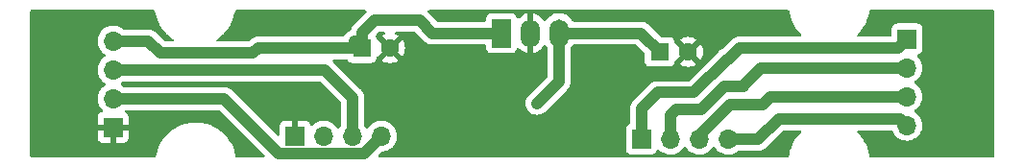
<source format=gbr>
%TF.GenerationSoftware,KiCad,Pcbnew,6.0.2+dfsg-1*%
%TF.CreationDate,2022-06-15T15:21:31+02:00*%
%TF.ProjectId,single_din_bottom,73696e67-6c65-45f6-9469-6e5f626f7474,rev?*%
%TF.SameCoordinates,Original*%
%TF.FileFunction,Copper,L1,Top*%
%TF.FilePolarity,Positive*%
%FSLAX46Y46*%
G04 Gerber Fmt 4.6, Leading zero omitted, Abs format (unit mm)*
G04 Created by KiCad (PCBNEW 6.0.2+dfsg-1) date 2022-06-15 15:21:31*
%MOMM*%
%LPD*%
G01*
G04 APERTURE LIST*
%TA.AperFunction,ComponentPad*%
%ADD10O,1.700000X1.700000*%
%TD*%
%TA.AperFunction,ComponentPad*%
%ADD11R,1.700000X1.700000*%
%TD*%
%TA.AperFunction,ComponentPad*%
%ADD12O,1.700000X2.500000*%
%TD*%
%TA.AperFunction,ComponentPad*%
%ADD13R,1.700000X2.500000*%
%TD*%
%TA.AperFunction,ComponentPad*%
%ADD14C,1.600000*%
%TD*%
%TA.AperFunction,ComponentPad*%
%ADD15R,1.600000X1.600000*%
%TD*%
%TA.AperFunction,ViaPad*%
%ADD16C,0.800000*%
%TD*%
%TA.AperFunction,Conductor*%
%ADD17C,1.000000*%
%TD*%
G04 APERTURE END LIST*
D10*
%TO.P,J2,4*%
%TO.N,/IO4*%
X107797600Y-176682400D03*
%TO.P,J2,3*%
%TO.N,/IO3*%
X107797600Y-174142400D03*
%TO.P,J2,2*%
%TO.N,/IO2*%
X107797600Y-171602400D03*
D11*
%TO.P,J2,1*%
%TO.N,/IO1*%
X107797600Y-169062400D03*
%TD*%
D10*
%TO.P,J1,4*%
%TO.N,/Vin*%
X37820600Y-169240200D03*
%TO.P,J1,3*%
%TO.N,Net-(J1-Pad3)*%
X37820600Y-171780200D03*
%TO.P,J1,2*%
%TO.N,Net-(J1-Pad2)*%
X37820600Y-174320200D03*
D11*
%TO.P,J1,1*%
%TO.N,GND*%
X37820600Y-176860200D03*
%TD*%
D10*
%TO.P,J4,4*%
%TO.N,/IO4*%
X92011500Y-177901600D03*
%TO.P,J4,3*%
%TO.N,/IO3*%
X89471500Y-177901600D03*
%TO.P,J4,2*%
%TO.N,/IO2*%
X86931500Y-177901600D03*
D11*
%TO.P,J4,1*%
%TO.N,/IO1*%
X84391500Y-177901600D03*
%TD*%
D12*
%TO.P,U1,3*%
%TO.N,/Vout*%
X77139800Y-168554400D03*
%TO.P,U1,2*%
%TO.N,GND*%
X74599800Y-168554400D03*
D13*
%TO.P,U1,1*%
%TO.N,/Vin*%
X72059800Y-168554400D03*
%TD*%
D10*
%TO.P,J3,4*%
%TO.N,Net-(J1-Pad2)*%
X61480700Y-177622200D03*
%TO.P,J3,3*%
%TO.N,Net-(J1-Pad3)*%
X58940700Y-177622200D03*
%TO.P,J3,2*%
%TO.N,/Vout*%
X56400700Y-177622200D03*
D11*
%TO.P,J3,1*%
%TO.N,GND*%
X53860700Y-177622200D03*
%TD*%
D14*
%TO.P,C2,2*%
%TO.N,GND*%
X88504400Y-170205400D03*
D15*
%TO.P,C2,1*%
%TO.N,/Vout*%
X86004400Y-170205400D03*
%TD*%
D14*
%TO.P,C1,2*%
%TO.N,GND*%
X62240800Y-169875200D03*
D15*
%TO.P,C1,1*%
%TO.N,/Vin*%
X59740800Y-169875200D03*
%TD*%
D16*
%TO.N,GND*%
X112344200Y-177546000D03*
X52311300Y-167500300D03*
%TO.N,/Vout*%
X75184000Y-174752000D03*
%TD*%
D17*
%TO.N,/Vin*%
X59105800Y-169240200D02*
X59740800Y-169875200D01*
X72059800Y-168554400D02*
X65976500Y-168554400D01*
X65976500Y-168554400D02*
X64833500Y-167411400D01*
X64833500Y-167411400D02*
X60871100Y-167411400D01*
X59740800Y-168541700D02*
X59740800Y-169875200D01*
X60871100Y-167411400D02*
X59740800Y-168541700D01*
X50609500Y-169875200D02*
X59740800Y-169875200D01*
X42011600Y-170319700D02*
X50165000Y-170319700D01*
X50165000Y-170319700D02*
X50609500Y-169875200D01*
X40932100Y-169240200D02*
X42011600Y-170319700D01*
X37820600Y-169240200D02*
X40932100Y-169240200D01*
%TO.N,/Vout*%
X84353400Y-168554400D02*
X86004400Y-170205400D01*
X77139800Y-168554400D02*
X84353400Y-168554400D01*
X77139800Y-168554400D02*
X77139800Y-172796200D01*
X77139800Y-172796200D02*
X75184000Y-174752000D01*
%TO.N,Net-(J1-Pad3)*%
X37820600Y-171780200D02*
X56464200Y-171780200D01*
X58940700Y-174256700D02*
X58940700Y-177622200D01*
X56464200Y-171780200D02*
X58940700Y-174256700D01*
%TO.N,Net-(J1-Pad2)*%
X59930699Y-179172201D02*
X61480700Y-177622200D01*
X52450699Y-179172201D02*
X59930699Y-179172201D01*
X47598698Y-174320200D02*
X52450699Y-179172201D01*
X37820600Y-174320200D02*
X47598698Y-174320200D01*
%TO.N,/IO4*%
X92011500Y-177901600D02*
X94678500Y-177901600D01*
X107215159Y-176099959D02*
X107797600Y-176682400D01*
X96480141Y-176099959D02*
X107215159Y-176099959D01*
X94678500Y-177901600D02*
X96480141Y-176099959D01*
%TO.N,/IO3*%
X89471500Y-177901600D02*
X89471500Y-177584100D01*
X89471500Y-177584100D02*
X92189300Y-174866300D01*
X92189300Y-174866300D02*
X95072200Y-174866300D01*
X95796100Y-174142400D02*
X107797600Y-174142400D01*
X95072200Y-174866300D02*
X95796100Y-174142400D01*
%TO.N,/IO2*%
X107797600Y-171602400D02*
X95034100Y-171602400D01*
X94881700Y-171653200D02*
X93268800Y-173266100D01*
X93421200Y-173215300D02*
X91719400Y-173215300D01*
X91719400Y-173215300D02*
X89674700Y-175260000D01*
X89674700Y-175260000D02*
X87490300Y-175260000D01*
X86931500Y-175818800D02*
X86931500Y-177901600D01*
X87490300Y-175260000D02*
X86931500Y-175818800D01*
%TO.N,/IO1*%
X91928400Y-170860000D02*
X88988900Y-173799500D01*
X88988900Y-173799500D02*
X85813900Y-173799500D01*
X84391500Y-175221900D02*
X84391500Y-177901600D01*
X85813900Y-173799500D02*
X84391500Y-175221900D01*
X91928400Y-170860000D02*
X92055400Y-170860000D01*
X106980801Y-169879199D02*
X107797600Y-169062400D01*
X93036201Y-169879199D02*
X106980801Y-169879199D01*
X92055400Y-170860000D02*
X93036201Y-169879199D01*
%TD*%
%TA.AperFunction,Conductor*%
%TO.N,GND*%
G36*
X41468851Y-166528002D02*
G01*
X41515344Y-166581658D01*
X41525795Y-166618676D01*
X41537555Y-166714652D01*
X41538069Y-166718851D01*
X41538795Y-166722016D01*
X41538796Y-166722023D01*
X41568287Y-166850633D01*
X41620433Y-167078043D01*
X41739464Y-167426805D01*
X41893887Y-167761405D01*
X41895548Y-167764201D01*
X41895549Y-167764204D01*
X41942792Y-167843758D01*
X42082051Y-168078261D01*
X42301941Y-168373983D01*
X42304152Y-168376390D01*
X42304154Y-168376393D01*
X42476290Y-168563832D01*
X42551205Y-168645407D01*
X42602519Y-168690817D01*
X42822661Y-168885632D01*
X42827175Y-168889627D01*
X43073713Y-169065986D01*
X43097107Y-169082721D01*
X43140874Y-169138622D01*
X43147470Y-169209312D01*
X43114802Y-169272346D01*
X43053241Y-169307712D01*
X43023799Y-169311200D01*
X42481524Y-169311200D01*
X42413403Y-169291198D01*
X42392429Y-169274295D01*
X41688955Y-168570821D01*
X41679853Y-168560678D01*
X41659997Y-168535982D01*
X41656132Y-168531175D01*
X41617678Y-168498908D01*
X41614031Y-168495728D01*
X41612219Y-168494085D01*
X41610025Y-168491891D01*
X41576751Y-168464558D01*
X41575953Y-168463896D01*
X41504626Y-168404046D01*
X41499956Y-168401478D01*
X41495839Y-168398097D01*
X41414014Y-168354223D01*
X41412855Y-168353594D01*
X41336719Y-168311738D01*
X41336711Y-168311735D01*
X41331313Y-168308767D01*
X41326231Y-168307155D01*
X41321537Y-168304638D01*
X41232569Y-168277438D01*
X41231541Y-168277118D01*
X41142794Y-168248965D01*
X41137498Y-168248371D01*
X41132402Y-168246813D01*
X41039843Y-168237410D01*
X41038707Y-168237289D01*
X41005092Y-168233519D01*
X40992370Y-168232092D01*
X40992366Y-168232092D01*
X40988873Y-168231700D01*
X40985346Y-168231700D01*
X40984361Y-168231645D01*
X40978681Y-168231198D01*
X40949275Y-168228211D01*
X40941763Y-168227448D01*
X40941761Y-168227448D01*
X40935638Y-168226826D01*
X40893359Y-168230823D01*
X40889991Y-168231141D01*
X40878133Y-168231700D01*
X38779399Y-168231700D01*
X38711278Y-168211698D01*
X38701307Y-168204582D01*
X38579014Y-168108000D01*
X38579010Y-168107998D01*
X38574959Y-168104798D01*
X38379389Y-167996838D01*
X38374520Y-167995114D01*
X38374516Y-167995112D01*
X38173687Y-167923995D01*
X38173683Y-167923994D01*
X38168812Y-167922269D01*
X38163719Y-167921362D01*
X38163716Y-167921361D01*
X37953973Y-167884000D01*
X37953967Y-167883999D01*
X37948884Y-167883094D01*
X37875052Y-167882192D01*
X37730681Y-167880428D01*
X37730679Y-167880428D01*
X37725511Y-167880365D01*
X37504691Y-167914155D01*
X37292356Y-167983557D01*
X37262043Y-167999337D01*
X37110432Y-168078261D01*
X37094207Y-168086707D01*
X37090074Y-168089810D01*
X37090071Y-168089812D01*
X36937212Y-168204582D01*
X36915565Y-168220835D01*
X36907958Y-168228795D01*
X36767051Y-168376246D01*
X36761229Y-168382338D01*
X36758315Y-168386610D01*
X36758314Y-168386611D01*
X36696696Y-168476940D01*
X36635343Y-168566880D01*
X36633164Y-168571575D01*
X36552803Y-168744699D01*
X36541288Y-168769505D01*
X36481589Y-168984770D01*
X36457851Y-169206895D01*
X36458148Y-169212048D01*
X36458148Y-169212051D01*
X36468791Y-169396626D01*
X36470710Y-169429915D01*
X36471847Y-169434961D01*
X36471848Y-169434967D01*
X36484486Y-169491044D01*
X36519822Y-169647839D01*
X36553498Y-169730773D01*
X36598200Y-169840861D01*
X36603866Y-169854816D01*
X36636502Y-169908073D01*
X36702834Y-170016317D01*
X36720587Y-170045288D01*
X36866850Y-170214138D01*
X37038726Y-170356832D01*
X37049307Y-170363015D01*
X37112045Y-170399676D01*
X37160769Y-170451314D01*
X37173840Y-170521097D01*
X37147109Y-170586869D01*
X37106655Y-170620227D01*
X37094207Y-170626707D01*
X37090074Y-170629810D01*
X37090071Y-170629812D01*
X36927734Y-170751698D01*
X36915565Y-170760835D01*
X36761229Y-170922338D01*
X36758315Y-170926610D01*
X36758314Y-170926611D01*
X36726481Y-170973277D01*
X36635343Y-171106880D01*
X36597820Y-171187717D01*
X36555464Y-171278966D01*
X36541288Y-171309505D01*
X36481589Y-171524770D01*
X36457851Y-171746895D01*
X36458148Y-171752048D01*
X36458148Y-171752051D01*
X36462650Y-171830124D01*
X36470710Y-171969915D01*
X36471847Y-171974961D01*
X36471848Y-171974967D01*
X36477104Y-171998288D01*
X36519822Y-172187839D01*
X36568889Y-172308677D01*
X36597227Y-172378465D01*
X36603866Y-172394816D01*
X36655542Y-172479144D01*
X36657104Y-172481692D01*
X36720587Y-172585288D01*
X36866850Y-172754138D01*
X37038726Y-172896832D01*
X37055314Y-172906525D01*
X37112045Y-172939676D01*
X37160769Y-172991314D01*
X37173840Y-173061097D01*
X37147109Y-173126869D01*
X37106655Y-173160227D01*
X37094207Y-173166707D01*
X37090074Y-173169810D01*
X37090071Y-173169812D01*
X36921637Y-173296276D01*
X36915565Y-173300835D01*
X36761229Y-173462338D01*
X36758315Y-173466610D01*
X36758314Y-173466611D01*
X36699346Y-173553055D01*
X36635343Y-173646880D01*
X36605929Y-173710247D01*
X36570175Y-173787274D01*
X36541288Y-173849505D01*
X36481589Y-174064770D01*
X36457851Y-174286895D01*
X36458148Y-174292048D01*
X36458148Y-174292051D01*
X36462214Y-174362563D01*
X36470710Y-174509915D01*
X36471847Y-174514961D01*
X36471848Y-174514967D01*
X36478797Y-174545800D01*
X36519822Y-174727839D01*
X36568889Y-174848677D01*
X36598370Y-174921280D01*
X36603866Y-174934816D01*
X36610329Y-174945362D01*
X36657104Y-175021692D01*
X36720587Y-175125288D01*
X36866850Y-175294138D01*
X36870825Y-175297438D01*
X36870831Y-175297444D01*
X36876025Y-175301756D01*
X36915659Y-175360660D01*
X36917155Y-175431641D01*
X36880039Y-175492162D01*
X36839768Y-175516680D01*
X36732546Y-175556876D01*
X36716951Y-175565414D01*
X36614876Y-175641915D01*
X36602315Y-175654476D01*
X36525814Y-175756551D01*
X36517276Y-175772146D01*
X36472122Y-175892594D01*
X36468495Y-175907849D01*
X36462969Y-175958714D01*
X36462600Y-175965528D01*
X36462600Y-176588085D01*
X36467075Y-176603324D01*
X36468465Y-176604529D01*
X36476148Y-176606200D01*
X39160484Y-176606200D01*
X39175723Y-176601725D01*
X39176928Y-176600335D01*
X39178599Y-176592652D01*
X39178599Y-175965531D01*
X39178229Y-175958710D01*
X39172705Y-175907848D01*
X39169079Y-175892596D01*
X39123924Y-175772146D01*
X39115386Y-175756551D01*
X39038885Y-175654476D01*
X39026324Y-175641915D01*
X38924246Y-175565412D01*
X38923895Y-175565220D01*
X38923614Y-175564939D01*
X38917062Y-175560028D01*
X38917771Y-175559082D01*
X38873749Y-175514962D01*
X38858735Y-175445571D01*
X38883620Y-175379079D01*
X38940503Y-175336595D01*
X38984404Y-175328700D01*
X47128773Y-175328700D01*
X47196894Y-175348702D01*
X47217868Y-175365605D01*
X49265292Y-177413028D01*
X51151633Y-179299369D01*
X51185659Y-179361681D01*
X51180594Y-179432496D01*
X51138047Y-179489332D01*
X51071527Y-179514143D01*
X51062538Y-179514464D01*
X48742833Y-179514464D01*
X48674712Y-179494462D01*
X48628219Y-179440806D01*
X48618135Y-179406533D01*
X48614631Y-179382347D01*
X48603792Y-179307550D01*
X48515876Y-178956706D01*
X48392822Y-178616591D01*
X48235897Y-178290714D01*
X48136448Y-178128653D01*
X48048397Y-177985165D01*
X48048392Y-177985157D01*
X48046723Y-177982438D01*
X47949875Y-177855573D01*
X47829199Y-177697495D01*
X47829193Y-177697488D01*
X47827251Y-177694944D01*
X47709566Y-177569537D01*
X47581932Y-177433528D01*
X47581927Y-177433523D01*
X47579745Y-177431198D01*
X47577339Y-177429106D01*
X47577333Y-177429101D01*
X47309176Y-177196023D01*
X47306759Y-177193922D01*
X47011111Y-176985564D01*
X46695850Y-176808274D01*
X46692908Y-176806993D01*
X46692904Y-176806991D01*
X46552001Y-176745640D01*
X46364230Y-176663882D01*
X46019672Y-176553877D01*
X46016535Y-176553217D01*
X46016528Y-176553215D01*
X45668875Y-176480055D01*
X45668871Y-176480054D01*
X45665733Y-176479394D01*
X45306063Y-176441202D01*
X45126284Y-176440453D01*
X44947578Y-176439708D01*
X44947571Y-176439708D01*
X44944374Y-176439695D01*
X44584399Y-176474888D01*
X44229851Y-176546419D01*
X43884388Y-176653549D01*
X43881444Y-176654802D01*
X43881438Y-176654804D01*
X43710540Y-176727528D01*
X43551577Y-176795173D01*
X43548786Y-176796712D01*
X43548782Y-176796714D01*
X43484852Y-176831968D01*
X43234850Y-176969830D01*
X42937475Y-177175717D01*
X42790397Y-177301420D01*
X42677327Y-177398057D01*
X42662522Y-177410710D01*
X42492494Y-177588895D01*
X42424988Y-177659640D01*
X42412827Y-177672384D01*
X42410869Y-177674905D01*
X42198566Y-177948254D01*
X42190966Y-177958039D01*
X41999230Y-178264728D01*
X41986449Y-178290714D01*
X41843787Y-178580764D01*
X41839595Y-178589286D01*
X41814433Y-178657062D01*
X41718947Y-178914259D01*
X41713710Y-178928364D01*
X41622874Y-179278464D01*
X41609467Y-179365848D01*
X41606936Y-179382347D01*
X41576835Y-179446646D01*
X41516749Y-179484465D01*
X41482423Y-179489239D01*
X30634029Y-179491848D01*
X30565905Y-179471862D01*
X30519399Y-179418218D01*
X30508000Y-179365848D01*
X30508000Y-177754869D01*
X36462601Y-177754869D01*
X36462971Y-177761690D01*
X36468495Y-177812552D01*
X36472121Y-177827804D01*
X36517276Y-177948254D01*
X36525814Y-177963849D01*
X36602315Y-178065924D01*
X36614876Y-178078485D01*
X36716951Y-178154986D01*
X36732546Y-178163524D01*
X36852994Y-178208678D01*
X36868249Y-178212305D01*
X36919114Y-178217831D01*
X36925928Y-178218200D01*
X37548485Y-178218200D01*
X37563724Y-178213725D01*
X37564929Y-178212335D01*
X37566600Y-178204652D01*
X37566600Y-178200084D01*
X38074600Y-178200084D01*
X38079075Y-178215323D01*
X38080465Y-178216528D01*
X38088148Y-178218199D01*
X38715269Y-178218199D01*
X38722090Y-178217829D01*
X38772952Y-178212305D01*
X38788204Y-178208679D01*
X38908654Y-178163524D01*
X38924249Y-178154986D01*
X39026324Y-178078485D01*
X39038885Y-178065924D01*
X39115386Y-177963849D01*
X39123924Y-177948254D01*
X39169078Y-177827806D01*
X39172705Y-177812551D01*
X39178231Y-177761686D01*
X39178600Y-177754872D01*
X39178600Y-177132315D01*
X39174125Y-177117076D01*
X39172735Y-177115871D01*
X39165052Y-177114200D01*
X38092715Y-177114200D01*
X38077476Y-177118675D01*
X38076271Y-177120065D01*
X38074600Y-177127748D01*
X38074600Y-178200084D01*
X37566600Y-178200084D01*
X37566600Y-177132315D01*
X37562125Y-177117076D01*
X37560735Y-177115871D01*
X37553052Y-177114200D01*
X36480716Y-177114200D01*
X36465477Y-177118675D01*
X36464272Y-177120065D01*
X36462601Y-177127748D01*
X36462601Y-177754869D01*
X30508000Y-177754869D01*
X30508000Y-166634000D01*
X30528002Y-166565879D01*
X30581658Y-166519386D01*
X30634000Y-166508000D01*
X41400730Y-166508000D01*
X41468851Y-166528002D01*
G37*
%TD.AperFunction*%
%TA.AperFunction,Conductor*%
G36*
X97374506Y-166529702D02*
G01*
X97420999Y-166583358D01*
X97431449Y-166620367D01*
X97443523Y-166718849D01*
X97525908Y-167078014D01*
X97644956Y-167426748D01*
X97646318Y-167429700D01*
X97646319Y-167429701D01*
X97700136Y-167546292D01*
X97799391Y-167761319D01*
X97987561Y-168078146D01*
X98207453Y-168373840D01*
X98456715Y-168645237D01*
X98462478Y-168650337D01*
X98500240Y-168710456D01*
X98499504Y-168781449D01*
X98460503Y-168840774D01*
X98395620Y-168869596D01*
X98378982Y-168870699D01*
X93098043Y-168870699D01*
X93084436Y-168869962D01*
X93052938Y-168866540D01*
X93052933Y-168866540D01*
X93046812Y-168865875D01*
X93028812Y-168867450D01*
X92996810Y-168870249D01*
X92991985Y-168870578D01*
X92989514Y-168870699D01*
X92986432Y-168870699D01*
X92963964Y-168872902D01*
X92943690Y-168874890D01*
X92942375Y-168875012D01*
X92910114Y-168877835D01*
X92849788Y-168883112D01*
X92844669Y-168884599D01*
X92839368Y-168885119D01*
X92750367Y-168911990D01*
X92749234Y-168912325D01*
X92665787Y-168936569D01*
X92665783Y-168936571D01*
X92659865Y-168938290D01*
X92655133Y-168940743D01*
X92650032Y-168942283D01*
X92644589Y-168945177D01*
X92567941Y-168985930D01*
X92566775Y-168986542D01*
X92492200Y-169025199D01*
X92484275Y-169029307D01*
X92480112Y-169032630D01*
X92475405Y-169035133D01*
X92403283Y-169093954D01*
X92402427Y-169094645D01*
X92363228Y-169125937D01*
X92360724Y-169128441D01*
X92360006Y-169129083D01*
X92355673Y-169132784D01*
X92322139Y-169160134D01*
X92292910Y-169195466D01*
X92284929Y-169204236D01*
X91935277Y-169553889D01*
X91599289Y-169889877D01*
X91557276Y-169917577D01*
X91552064Y-169919091D01*
X91547332Y-169921544D01*
X91542231Y-169923084D01*
X91536788Y-169925978D01*
X91460140Y-169966731D01*
X91458974Y-169967343D01*
X91428999Y-169982881D01*
X91376474Y-170010108D01*
X91372311Y-170013431D01*
X91367604Y-170015934D01*
X91362829Y-170019828D01*
X91362828Y-170019829D01*
X91295502Y-170074739D01*
X91294475Y-170075567D01*
X91258192Y-170104531D01*
X91258187Y-170104536D01*
X91255428Y-170106738D01*
X91252927Y-170109239D01*
X91252209Y-170109881D01*
X91247861Y-170113594D01*
X91238341Y-170121358D01*
X91214338Y-170140935D01*
X91210415Y-170145677D01*
X91210413Y-170145679D01*
X91185103Y-170176273D01*
X91177113Y-170185053D01*
X88608071Y-172754095D01*
X88545759Y-172788121D01*
X88518976Y-172791000D01*
X85875740Y-172791000D01*
X85862132Y-172790263D01*
X85830636Y-172786841D01*
X85830632Y-172786841D01*
X85824511Y-172786176D01*
X85806511Y-172787751D01*
X85774509Y-172790550D01*
X85769684Y-172790879D01*
X85767213Y-172791000D01*
X85764131Y-172791000D01*
X85741663Y-172793203D01*
X85721389Y-172795191D01*
X85720074Y-172795313D01*
X85690322Y-172797916D01*
X85627487Y-172803413D01*
X85622368Y-172804900D01*
X85617067Y-172805420D01*
X85528094Y-172832282D01*
X85526954Y-172832620D01*
X85437563Y-172858591D01*
X85432829Y-172861045D01*
X85427731Y-172862584D01*
X85422287Y-172865478D01*
X85422286Y-172865479D01*
X85345731Y-172906184D01*
X85344563Y-172906798D01*
X85261974Y-172949608D01*
X85257811Y-172952931D01*
X85253104Y-172955434D01*
X85248330Y-172959328D01*
X85248328Y-172959329D01*
X85181005Y-173014237D01*
X85180060Y-173015000D01*
X85140927Y-173046239D01*
X85138436Y-173048730D01*
X85137709Y-173049380D01*
X85133363Y-173053092D01*
X85120532Y-173063557D01*
X85099838Y-173080435D01*
X85095915Y-173085177D01*
X85095913Y-173085179D01*
X85070603Y-173115773D01*
X85062613Y-173124553D01*
X83722121Y-174465045D01*
X83711978Y-174474147D01*
X83682475Y-174497868D01*
X83668127Y-174514967D01*
X83650209Y-174536321D01*
X83647028Y-174539969D01*
X83645385Y-174541781D01*
X83643191Y-174543975D01*
X83615858Y-174577249D01*
X83615196Y-174578047D01*
X83555346Y-174649374D01*
X83552778Y-174654044D01*
X83549397Y-174658161D01*
X83540672Y-174674434D01*
X83505523Y-174739986D01*
X83504894Y-174741145D01*
X83463038Y-174817281D01*
X83463035Y-174817289D01*
X83460067Y-174822687D01*
X83458455Y-174827769D01*
X83455938Y-174832463D01*
X83428738Y-174921431D01*
X83428418Y-174922459D01*
X83400265Y-175011206D01*
X83399671Y-175016502D01*
X83398113Y-175021598D01*
X83397490Y-175027734D01*
X83388718Y-175114087D01*
X83388589Y-175115293D01*
X83383000Y-175165127D01*
X83383000Y-175168654D01*
X83382945Y-175169639D01*
X83382498Y-175175319D01*
X83378126Y-175218362D01*
X83378706Y-175224493D01*
X83382441Y-175264009D01*
X83383000Y-175275867D01*
X83383000Y-176480591D01*
X83362998Y-176548712D01*
X83309342Y-176595205D01*
X83303806Y-176597503D01*
X83303204Y-176597832D01*
X83294795Y-176600985D01*
X83178239Y-176688339D01*
X83090885Y-176804895D01*
X83039755Y-176941284D01*
X83033000Y-177003466D01*
X83033000Y-178799734D01*
X83039755Y-178861916D01*
X83090885Y-178998305D01*
X83178239Y-179114861D01*
X83294795Y-179202215D01*
X83431184Y-179253345D01*
X83493366Y-179260100D01*
X85289634Y-179260100D01*
X85351816Y-179253345D01*
X85488205Y-179202215D01*
X85604761Y-179114861D01*
X85692115Y-178998305D01*
X85706236Y-178960637D01*
X85736098Y-178880982D01*
X85778740Y-178824218D01*
X85845302Y-178799518D01*
X85914650Y-178814726D01*
X85949317Y-178842714D01*
X85977750Y-178875538D01*
X86149626Y-179018232D01*
X86342500Y-179130938D01*
X86551192Y-179210630D01*
X86556260Y-179211661D01*
X86556263Y-179211662D01*
X86663517Y-179233483D01*
X86770097Y-179255167D01*
X86775272Y-179255357D01*
X86775274Y-179255357D01*
X86971411Y-179262549D01*
X86981275Y-179265842D01*
X86993397Y-179263818D01*
X86993337Y-179263353D01*
X87209788Y-179235625D01*
X87209789Y-179235625D01*
X87214916Y-179234968D01*
X87219866Y-179233483D01*
X87423929Y-179172261D01*
X87423934Y-179172259D01*
X87428884Y-179170774D01*
X87629494Y-179072496D01*
X87811360Y-178942773D01*
X87825820Y-178928364D01*
X87939855Y-178814726D01*
X87969596Y-178785089D01*
X87993660Y-178751601D01*
X88099953Y-178603677D01*
X88101276Y-178604628D01*
X88148145Y-178561457D01*
X88218080Y-178549225D01*
X88283526Y-178576744D01*
X88311375Y-178608594D01*
X88371487Y-178706688D01*
X88517750Y-178875538D01*
X88689626Y-179018232D01*
X88882500Y-179130938D01*
X89091192Y-179210630D01*
X89096260Y-179211661D01*
X89096263Y-179211662D01*
X89203517Y-179233483D01*
X89310097Y-179255167D01*
X89315272Y-179255357D01*
X89315274Y-179255357D01*
X89511411Y-179262549D01*
X89521275Y-179265842D01*
X89533397Y-179263818D01*
X89533337Y-179263353D01*
X89749788Y-179235625D01*
X89749789Y-179235625D01*
X89754916Y-179234968D01*
X89759866Y-179233483D01*
X89963929Y-179172261D01*
X89963934Y-179172259D01*
X89968884Y-179170774D01*
X90169494Y-179072496D01*
X90351360Y-178942773D01*
X90365820Y-178928364D01*
X90479855Y-178814726D01*
X90509596Y-178785089D01*
X90533660Y-178751601D01*
X90639953Y-178603677D01*
X90641276Y-178604628D01*
X90688145Y-178561457D01*
X90758080Y-178549225D01*
X90823526Y-178576744D01*
X90851375Y-178608594D01*
X90911487Y-178706688D01*
X91057750Y-178875538D01*
X91229626Y-179018232D01*
X91422500Y-179130938D01*
X91631192Y-179210630D01*
X91636260Y-179211661D01*
X91636263Y-179211662D01*
X91743517Y-179233483D01*
X91850097Y-179255167D01*
X91855272Y-179255357D01*
X91855274Y-179255357D01*
X92051411Y-179262549D01*
X92061275Y-179265842D01*
X92073397Y-179263818D01*
X92073337Y-179263353D01*
X92289788Y-179235625D01*
X92289789Y-179235625D01*
X92294916Y-179234968D01*
X92299866Y-179233483D01*
X92503929Y-179172261D01*
X92503934Y-179172259D01*
X92508884Y-179170774D01*
X92709494Y-179072496D01*
X92891360Y-178942773D01*
X92894386Y-178939757D01*
X92959088Y-178911170D01*
X92975476Y-178910100D01*
X94616657Y-178910100D01*
X94630264Y-178910837D01*
X94661762Y-178914259D01*
X94661767Y-178914259D01*
X94667888Y-178914924D01*
X94694138Y-178912627D01*
X94717888Y-178910550D01*
X94722714Y-178910221D01*
X94725186Y-178910100D01*
X94728269Y-178910100D01*
X94740238Y-178908926D01*
X94771006Y-178905910D01*
X94772319Y-178905788D01*
X94816584Y-178901915D01*
X94864913Y-178897687D01*
X94870032Y-178896200D01*
X94875333Y-178895680D01*
X94964334Y-178868809D01*
X94965467Y-178868474D01*
X95048914Y-178844230D01*
X95048918Y-178844228D01*
X95054836Y-178842509D01*
X95059568Y-178840056D01*
X95064669Y-178838516D01*
X95076456Y-178832249D01*
X95146760Y-178794869D01*
X95147926Y-178794257D01*
X95224953Y-178754329D01*
X95230426Y-178751492D01*
X95234589Y-178748169D01*
X95239296Y-178745666D01*
X95311418Y-178686845D01*
X95312274Y-178686154D01*
X95351473Y-178654862D01*
X95353977Y-178652358D01*
X95354695Y-178651716D01*
X95359028Y-178648015D01*
X95392562Y-178620665D01*
X95421788Y-178585337D01*
X95429777Y-178576558D01*
X96141521Y-177864814D01*
X96860970Y-177145364D01*
X96923282Y-177111339D01*
X96950065Y-177108459D01*
X98349441Y-177108459D01*
X98417562Y-177128461D01*
X98464055Y-177182117D01*
X98474159Y-177252391D01*
X98444665Y-177316971D01*
X98436499Y-177325547D01*
X98359059Y-177399561D01*
X98349393Y-177408799D01*
X98243128Y-177533287D01*
X98124780Y-177671931D01*
X98114776Y-177683650D01*
X97909195Y-177980844D01*
X97904377Y-177989585D01*
X97736303Y-178294529D01*
X97736298Y-178294538D01*
X97734762Y-178297326D01*
X97593270Y-178629844D01*
X97557449Y-178745283D01*
X97490625Y-178960637D01*
X97486174Y-178974980D01*
X97414574Y-179329185D01*
X97410969Y-179365848D01*
X97407532Y-179400795D01*
X97380960Y-179466631D01*
X97323011Y-179507650D01*
X97282137Y-179514464D01*
X92086438Y-179514464D01*
X92074593Y-179510986D01*
X92046794Y-179514464D01*
X89546438Y-179514464D01*
X89534593Y-179510986D01*
X89506794Y-179514464D01*
X87006438Y-179514464D01*
X86994593Y-179510986D01*
X86966794Y-179514464D01*
X61318862Y-179514464D01*
X61250741Y-179494462D01*
X61204248Y-179440806D01*
X61194144Y-179370532D01*
X61223638Y-179305952D01*
X61229766Y-179299369D01*
X61515152Y-179013982D01*
X61577465Y-178979957D01*
X61588234Y-178978099D01*
X61663831Y-178968415D01*
X61758989Y-178956225D01*
X61758992Y-178956224D01*
X61764116Y-178955568D01*
X61806764Y-178942773D01*
X61973129Y-178892861D01*
X61973134Y-178892859D01*
X61978084Y-178891374D01*
X62178694Y-178793096D01*
X62360560Y-178663373D01*
X62394207Y-178629844D01*
X62473869Y-178550459D01*
X62518796Y-178505689D01*
X62649153Y-178324277D01*
X62663856Y-178294529D01*
X62745836Y-178128653D01*
X62745837Y-178128651D01*
X62748130Y-178124011D01*
X62794598Y-177971067D01*
X62811565Y-177915223D01*
X62811565Y-177915221D01*
X62813070Y-177910269D01*
X62842229Y-177688790D01*
X62843022Y-177656338D01*
X62843774Y-177625565D01*
X62843774Y-177625561D01*
X62843856Y-177622200D01*
X62825552Y-177399561D01*
X62771131Y-177182902D01*
X62682054Y-176978040D01*
X62614164Y-176873098D01*
X62563522Y-176794817D01*
X62563520Y-176794814D01*
X62560714Y-176790477D01*
X62410370Y-176625251D01*
X62406319Y-176622052D01*
X62406315Y-176622048D01*
X62239114Y-176490000D01*
X62239110Y-176489998D01*
X62235059Y-176486798D01*
X62221035Y-176479056D01*
X62153074Y-176441540D01*
X62039489Y-176378838D01*
X62034620Y-176377114D01*
X62034616Y-176377112D01*
X61833787Y-176305995D01*
X61833783Y-176305994D01*
X61828912Y-176304269D01*
X61823819Y-176303362D01*
X61823816Y-176303361D01*
X61614073Y-176266000D01*
X61614067Y-176265999D01*
X61608984Y-176265094D01*
X61535152Y-176264192D01*
X61390781Y-176262428D01*
X61390779Y-176262428D01*
X61385611Y-176262365D01*
X61164791Y-176296155D01*
X60952456Y-176365557D01*
X60896857Y-176394500D01*
X60764066Y-176463627D01*
X60754307Y-176468707D01*
X60750174Y-176471810D01*
X60750171Y-176471812D01*
X60579800Y-176599730D01*
X60575665Y-176602835D01*
X60572093Y-176606573D01*
X60433873Y-176751212D01*
X60421329Y-176764338D01*
X60313901Y-176921821D01*
X60258993Y-176966821D01*
X60188468Y-176974992D01*
X60124721Y-176943738D01*
X60104024Y-176919254D01*
X60023525Y-176794821D01*
X60023520Y-176794815D01*
X60020714Y-176790477D01*
X60017232Y-176786650D01*
X59982006Y-176747937D01*
X59950954Y-176684091D01*
X59949200Y-176663138D01*
X59949200Y-174748462D01*
X74170626Y-174748462D01*
X74177568Y-174821899D01*
X74187790Y-174930029D01*
X74189239Y-174945362D01*
X74190999Y-174951265D01*
X74239538Y-175114087D01*
X74245741Y-175134896D01*
X74337982Y-175309846D01*
X74341858Y-175314632D01*
X74341859Y-175314634D01*
X74442600Y-175439038D01*
X74462447Y-175463547D01*
X74467182Y-175467492D01*
X74584712Y-175565414D01*
X74614396Y-175590146D01*
X74788041Y-175684822D01*
X74871534Y-175710987D01*
X74970886Y-175742122D01*
X74970889Y-175742123D01*
X74976768Y-175743965D01*
X74982891Y-175744630D01*
X74982895Y-175744631D01*
X75167263Y-175764659D01*
X75167267Y-175764659D01*
X75173388Y-175765324D01*
X75370413Y-175748087D01*
X75376330Y-175746368D01*
X75376335Y-175746367D01*
X75507064Y-175708386D01*
X75560336Y-175692909D01*
X75735926Y-175601892D01*
X75770037Y-175574662D01*
X75854223Y-175507458D01*
X75854230Y-175507451D01*
X75856973Y-175505262D01*
X77809179Y-173553055D01*
X77819322Y-173543953D01*
X77844018Y-173524097D01*
X77848825Y-173520232D01*
X77881092Y-173481778D01*
X77884272Y-173478131D01*
X77885915Y-173476319D01*
X77888109Y-173474125D01*
X77915442Y-173440851D01*
X77916148Y-173440000D01*
X77920996Y-173434223D01*
X77975954Y-173368726D01*
X77978522Y-173364056D01*
X77981903Y-173359939D01*
X78015259Y-173297730D01*
X78025777Y-173278114D01*
X78026406Y-173276955D01*
X78068262Y-173200819D01*
X78068265Y-173200811D01*
X78071233Y-173195413D01*
X78072845Y-173190331D01*
X78075362Y-173185637D01*
X78102547Y-173096723D01*
X78102939Y-173095465D01*
X78129172Y-173012767D01*
X78131035Y-173006894D01*
X78131629Y-173001603D01*
X78133188Y-172996502D01*
X78142590Y-172903937D01*
X78142725Y-172902670D01*
X78143088Y-172899442D01*
X78147609Y-172859135D01*
X78147908Y-172856470D01*
X78147908Y-172856465D01*
X78148300Y-172852973D01*
X78148300Y-172849448D01*
X78148355Y-172848463D01*
X78148804Y-172842759D01*
X78152552Y-172805866D01*
X78152552Y-172805861D01*
X78153174Y-172799738D01*
X78148859Y-172754091D01*
X78148300Y-172742233D01*
X78148300Y-169912101D01*
X78168302Y-169843980D01*
X78176866Y-169832210D01*
X78260040Y-169730773D01*
X78260044Y-169730767D01*
X78263424Y-169726645D01*
X78320391Y-169626568D01*
X78371473Y-169577262D01*
X78429893Y-169562900D01*
X83883474Y-169562900D01*
X83951595Y-169582902D01*
X83972569Y-169599804D01*
X84658995Y-170286229D01*
X84693020Y-170348542D01*
X84695900Y-170375325D01*
X84695900Y-171053534D01*
X84702655Y-171115716D01*
X84753785Y-171252105D01*
X84841139Y-171368661D01*
X84957695Y-171456015D01*
X85094084Y-171507145D01*
X85156266Y-171513900D01*
X86852534Y-171513900D01*
X86914716Y-171507145D01*
X87051105Y-171456015D01*
X87167661Y-171368661D01*
X87225519Y-171291462D01*
X87782893Y-171291462D01*
X87792189Y-171303477D01*
X87843394Y-171339331D01*
X87852889Y-171344814D01*
X88050347Y-171436890D01*
X88060639Y-171440636D01*
X88271088Y-171497025D01*
X88281881Y-171498928D01*
X88498925Y-171517917D01*
X88509875Y-171517917D01*
X88726919Y-171498928D01*
X88737712Y-171497025D01*
X88948161Y-171440636D01*
X88958453Y-171436890D01*
X89155911Y-171344814D01*
X89165406Y-171339331D01*
X89217448Y-171302891D01*
X89225824Y-171292412D01*
X89218756Y-171278966D01*
X88517212Y-170577422D01*
X88503268Y-170569808D01*
X88501435Y-170569939D01*
X88494820Y-170574190D01*
X87789323Y-171279687D01*
X87782893Y-171291462D01*
X87225519Y-171291462D01*
X87255015Y-171252105D01*
X87306145Y-171115716D01*
X87312900Y-171053534D01*
X87312900Y-171050215D01*
X87336553Y-170983290D01*
X87382556Y-170947596D01*
X87381541Y-170945666D01*
X87392400Y-170939958D01*
X87392645Y-170939768D01*
X87392803Y-170939747D01*
X87430834Y-170919756D01*
X88132378Y-170218212D01*
X88138756Y-170206532D01*
X88868808Y-170206532D01*
X88868939Y-170208365D01*
X88873190Y-170214980D01*
X89578687Y-170920477D01*
X89590462Y-170926907D01*
X89602477Y-170917611D01*
X89638331Y-170866406D01*
X89643814Y-170856911D01*
X89735890Y-170659453D01*
X89739636Y-170649161D01*
X89796025Y-170438712D01*
X89797928Y-170427919D01*
X89816917Y-170210875D01*
X89816917Y-170199925D01*
X89797928Y-169982881D01*
X89796025Y-169972088D01*
X89739636Y-169761639D01*
X89735890Y-169751347D01*
X89643814Y-169553889D01*
X89638331Y-169544394D01*
X89601891Y-169492352D01*
X89591412Y-169483976D01*
X89577966Y-169491044D01*
X88876422Y-170192588D01*
X88868808Y-170206532D01*
X88138756Y-170206532D01*
X88139992Y-170204268D01*
X88139861Y-170202435D01*
X88135610Y-170195820D01*
X87430113Y-169490323D01*
X87388371Y-169467529D01*
X87378371Y-169465353D01*
X87328173Y-169415147D01*
X87312949Y-169361586D01*
X87312900Y-169360681D01*
X87312900Y-169357266D01*
X87306145Y-169295084D01*
X87255015Y-169158695D01*
X87224807Y-169118388D01*
X87782976Y-169118388D01*
X87790044Y-169131834D01*
X88491588Y-169833378D01*
X88505532Y-169840992D01*
X88507365Y-169840861D01*
X88513980Y-169836610D01*
X89219477Y-169131113D01*
X89225907Y-169119338D01*
X89216611Y-169107323D01*
X89165406Y-169071469D01*
X89155911Y-169065986D01*
X88958453Y-168973910D01*
X88948161Y-168970164D01*
X88737712Y-168913775D01*
X88726919Y-168911872D01*
X88509875Y-168892883D01*
X88498925Y-168892883D01*
X88281881Y-168911872D01*
X88271088Y-168913775D01*
X88060639Y-168970164D01*
X88050347Y-168973910D01*
X87852889Y-169065986D01*
X87843394Y-169071469D01*
X87791352Y-169107909D01*
X87782976Y-169118388D01*
X87224807Y-169118388D01*
X87167661Y-169042139D01*
X87051105Y-168954785D01*
X86914716Y-168903655D01*
X86852534Y-168896900D01*
X86174324Y-168896900D01*
X86106203Y-168876898D01*
X86085229Y-168859995D01*
X85110255Y-167885021D01*
X85101153Y-167874878D01*
X85081297Y-167850182D01*
X85077432Y-167845375D01*
X85038978Y-167813108D01*
X85035331Y-167809928D01*
X85033519Y-167808285D01*
X85031325Y-167806091D01*
X84998051Y-167778758D01*
X84997253Y-167778096D01*
X84925926Y-167718246D01*
X84921256Y-167715678D01*
X84917139Y-167712297D01*
X84835314Y-167668423D01*
X84834155Y-167667794D01*
X84758019Y-167625938D01*
X84758011Y-167625935D01*
X84752613Y-167622967D01*
X84747531Y-167621355D01*
X84742837Y-167618838D01*
X84653869Y-167591638D01*
X84652841Y-167591318D01*
X84564094Y-167563165D01*
X84558798Y-167562571D01*
X84553702Y-167561013D01*
X84461143Y-167551610D01*
X84460007Y-167551489D01*
X84426392Y-167547719D01*
X84413670Y-167546292D01*
X84413666Y-167546292D01*
X84410173Y-167545900D01*
X84406646Y-167545900D01*
X84405661Y-167545845D01*
X84399981Y-167545398D01*
X84370575Y-167542411D01*
X84363063Y-167541648D01*
X84363061Y-167541648D01*
X84356938Y-167541026D01*
X84314659Y-167545023D01*
X84311291Y-167545341D01*
X84299433Y-167545900D01*
X78434920Y-167545900D01*
X78366799Y-167525898D01*
X78330400Y-167490267D01*
X78254835Y-167378027D01*
X78202359Y-167300081D01*
X78160562Y-167256266D01*
X78118503Y-167212178D01*
X78043224Y-167133265D01*
X77858258Y-166995646D01*
X77853507Y-166993230D01*
X77853503Y-166993228D01*
X77755504Y-166943403D01*
X77652749Y-166891160D01*
X77647655Y-166889578D01*
X77647652Y-166889577D01*
X77437671Y-166824376D01*
X77432573Y-166822793D01*
X77427284Y-166822092D01*
X77209311Y-166793202D01*
X77209306Y-166793202D01*
X77204026Y-166792502D01*
X77198697Y-166792702D01*
X77198695Y-166792702D01*
X77103684Y-166796269D01*
X76973642Y-166801151D01*
X76748009Y-166848493D01*
X76743050Y-166850451D01*
X76743048Y-166850452D01*
X76538544Y-166931215D01*
X76538542Y-166931216D01*
X76533579Y-166933176D01*
X76529020Y-166935943D01*
X76529017Y-166935944D01*
X76433913Y-166993655D01*
X76336483Y-167052777D01*
X76332453Y-167056274D01*
X76177838Y-167190442D01*
X76162355Y-167203877D01*
X76128284Y-167245430D01*
X76019560Y-167378027D01*
X76019556Y-167378033D01*
X76016176Y-167382155D01*
X75989071Y-167429773D01*
X75979647Y-167446328D01*
X75928565Y-167495634D01*
X75858935Y-167509496D01*
X75792864Y-167483513D01*
X75765625Y-167454363D01*
X75664950Y-167304825D01*
X75658281Y-167296530D01*
X75506572Y-167137500D01*
X75498614Y-167130459D01*
X75322275Y-166999259D01*
X75313238Y-166993655D01*
X75117316Y-166894043D01*
X75107465Y-166890043D01*
X74897560Y-166824866D01*
X74887176Y-166822583D01*
X74871757Y-166820539D01*
X74857593Y-166822735D01*
X74853800Y-166835922D01*
X74853800Y-170270592D01*
X74857773Y-170284123D01*
X74868380Y-170285648D01*
X74986221Y-170260923D01*
X74996417Y-170257863D01*
X75200829Y-170177137D01*
X75210361Y-170172406D01*
X75398262Y-170058384D01*
X75406852Y-170052120D01*
X75572852Y-169908073D01*
X75580272Y-169900442D01*
X75719626Y-169730489D01*
X75725650Y-169721722D01*
X75759365Y-169662494D01*
X75810447Y-169613188D01*
X75880077Y-169599326D01*
X75946148Y-169625309D01*
X75973387Y-169654459D01*
X76074258Y-169804289D01*
X76074261Y-169804293D01*
X76077241Y-169808719D01*
X76080928Y-169812584D01*
X76096469Y-169828875D01*
X76129017Y-169891971D01*
X76131300Y-169915847D01*
X76131300Y-172326275D01*
X76111298Y-172394396D01*
X76094395Y-172415370D01*
X74435691Y-174074075D01*
X74341897Y-174188261D01*
X74248438Y-174362563D01*
X74246636Y-174368458D01*
X74204968Y-174504747D01*
X74190613Y-174551698D01*
X74189990Y-174557833D01*
X74171422Y-174740628D01*
X74170626Y-174748462D01*
X59949200Y-174748462D01*
X59949200Y-174318543D01*
X59949937Y-174304936D01*
X59953359Y-174273438D01*
X59953359Y-174273433D01*
X59954024Y-174267312D01*
X59949650Y-174217312D01*
X59949321Y-174212486D01*
X59949200Y-174210014D01*
X59949200Y-174206931D01*
X59946902Y-174183498D01*
X59945010Y-174164194D01*
X59944888Y-174162881D01*
X59941015Y-174118616D01*
X59936787Y-174070287D01*
X59935300Y-174065168D01*
X59934780Y-174059867D01*
X59907909Y-173970866D01*
X59907574Y-173969733D01*
X59883330Y-173886286D01*
X59883328Y-173886282D01*
X59881609Y-173880364D01*
X59879156Y-173875632D01*
X59877616Y-173870531D01*
X59833969Y-173788440D01*
X59833357Y-173787274D01*
X59793429Y-173710247D01*
X59790592Y-173704774D01*
X59787269Y-173700611D01*
X59784766Y-173695904D01*
X59725945Y-173623782D01*
X59725254Y-173622926D01*
X59693962Y-173583727D01*
X59691458Y-173581223D01*
X59690816Y-173580505D01*
X59687115Y-173576172D01*
X59659765Y-173542638D01*
X59624437Y-173513412D01*
X59615658Y-173505423D01*
X57221055Y-171110821D01*
X57211953Y-171100677D01*
X57202284Y-171088651D01*
X57175188Y-171023029D01*
X57187872Y-170953174D01*
X57236308Y-170901266D01*
X57300481Y-170883700D01*
X58398525Y-170883700D01*
X58466646Y-170903702D01*
X58499351Y-170934135D01*
X58577539Y-171038461D01*
X58694095Y-171125815D01*
X58830484Y-171176945D01*
X58892666Y-171183700D01*
X60588934Y-171183700D01*
X60651116Y-171176945D01*
X60787505Y-171125815D01*
X60904061Y-171038461D01*
X60961919Y-170961262D01*
X61519293Y-170961262D01*
X61528589Y-170973277D01*
X61579794Y-171009131D01*
X61589289Y-171014614D01*
X61786747Y-171106690D01*
X61797039Y-171110436D01*
X62007488Y-171166825D01*
X62018281Y-171168728D01*
X62235325Y-171187717D01*
X62246275Y-171187717D01*
X62463319Y-171168728D01*
X62474112Y-171166825D01*
X62684561Y-171110436D01*
X62694853Y-171106690D01*
X62892311Y-171014614D01*
X62901806Y-171009131D01*
X62953848Y-170972691D01*
X62962224Y-170962212D01*
X62955156Y-170948766D01*
X62253612Y-170247222D01*
X62239668Y-170239608D01*
X62237835Y-170239739D01*
X62231220Y-170243990D01*
X61525723Y-170949487D01*
X61519293Y-170961262D01*
X60961919Y-170961262D01*
X60991415Y-170921905D01*
X61042545Y-170785516D01*
X61049300Y-170723334D01*
X61049300Y-170720015D01*
X61072953Y-170653090D01*
X61118956Y-170617396D01*
X61117941Y-170615466D01*
X61128800Y-170609758D01*
X61129045Y-170609568D01*
X61129203Y-170609547D01*
X61167234Y-170589556D01*
X61868778Y-169888012D01*
X61875156Y-169876332D01*
X62605208Y-169876332D01*
X62605339Y-169878165D01*
X62609590Y-169884780D01*
X63315087Y-170590277D01*
X63326862Y-170596707D01*
X63338877Y-170587411D01*
X63374731Y-170536206D01*
X63380214Y-170526711D01*
X63472290Y-170329253D01*
X63476036Y-170318961D01*
X63532425Y-170108512D01*
X63534328Y-170097719D01*
X63553317Y-169880675D01*
X63553317Y-169869725D01*
X63534328Y-169652681D01*
X63532425Y-169641888D01*
X63476036Y-169431439D01*
X63472290Y-169421147D01*
X63380214Y-169223689D01*
X63374731Y-169214194D01*
X63338291Y-169162152D01*
X63327812Y-169153776D01*
X63314366Y-169160844D01*
X62612822Y-169862388D01*
X62605208Y-169876332D01*
X61875156Y-169876332D01*
X61876392Y-169874068D01*
X61876261Y-169872235D01*
X61872010Y-169865620D01*
X61166513Y-169160123D01*
X61124771Y-169137329D01*
X61114771Y-169135153D01*
X61064573Y-169084947D01*
X61049349Y-169031386D01*
X61049300Y-169030481D01*
X61049300Y-169027066D01*
X61042545Y-168964884D01*
X60991415Y-168828495D01*
X60993697Y-168827639D01*
X60981325Y-168771058D01*
X61006065Y-168704512D01*
X61017918Y-168690817D01*
X61251929Y-168456805D01*
X61314242Y-168422780D01*
X61341025Y-168419900D01*
X61698360Y-168419900D01*
X61766481Y-168439902D01*
X61812974Y-168493558D01*
X61823078Y-168563832D01*
X61793584Y-168628412D01*
X61751610Y-168660095D01*
X61589289Y-168735786D01*
X61579794Y-168741269D01*
X61527752Y-168777709D01*
X61519376Y-168788188D01*
X61526444Y-168801634D01*
X62227988Y-169503178D01*
X62241932Y-169510792D01*
X62243765Y-169510661D01*
X62250380Y-169506410D01*
X62955877Y-168800913D01*
X62962307Y-168789138D01*
X62953011Y-168777123D01*
X62901806Y-168741269D01*
X62892311Y-168735786D01*
X62729990Y-168660095D01*
X62676705Y-168613178D01*
X62657244Y-168544900D01*
X62677786Y-168476940D01*
X62731809Y-168430875D01*
X62783240Y-168419900D01*
X64363574Y-168419900D01*
X64431695Y-168439902D01*
X64452669Y-168456804D01*
X65219649Y-169223783D01*
X65228751Y-169233927D01*
X65252468Y-169263425D01*
X65290198Y-169295084D01*
X65290921Y-169295691D01*
X65294569Y-169298872D01*
X65296381Y-169300515D01*
X65298575Y-169302709D01*
X65331849Y-169330042D01*
X65332647Y-169330704D01*
X65403974Y-169390554D01*
X65408644Y-169393122D01*
X65412761Y-169396503D01*
X65465436Y-169424747D01*
X65494586Y-169440377D01*
X65495745Y-169441006D01*
X65571881Y-169482862D01*
X65571889Y-169482865D01*
X65577287Y-169485833D01*
X65582369Y-169487445D01*
X65587063Y-169489962D01*
X65676031Y-169517162D01*
X65677059Y-169517482D01*
X65765806Y-169545635D01*
X65771102Y-169546229D01*
X65776198Y-169547787D01*
X65868757Y-169557190D01*
X65869893Y-169557311D01*
X65903508Y-169561081D01*
X65916230Y-169562508D01*
X65916234Y-169562508D01*
X65919727Y-169562900D01*
X65923254Y-169562900D01*
X65924239Y-169562955D01*
X65929919Y-169563402D01*
X65959325Y-169566389D01*
X65966837Y-169567152D01*
X65966839Y-169567152D01*
X65972962Y-169567774D01*
X66018608Y-169563459D01*
X66030467Y-169562900D01*
X70575300Y-169562900D01*
X70643421Y-169582902D01*
X70689914Y-169636558D01*
X70701300Y-169688900D01*
X70701300Y-169852534D01*
X70708055Y-169914716D01*
X70759185Y-170051105D01*
X70846539Y-170167661D01*
X70963095Y-170255015D01*
X71099484Y-170306145D01*
X71161666Y-170312900D01*
X72957934Y-170312900D01*
X73020116Y-170306145D01*
X73156505Y-170255015D01*
X73273061Y-170167661D01*
X73360415Y-170051105D01*
X73373179Y-170017056D01*
X73405220Y-169931589D01*
X73447862Y-169874825D01*
X73514423Y-169850125D01*
X73583772Y-169865333D01*
X73614372Y-169888847D01*
X73693034Y-169971306D01*
X73700986Y-169978341D01*
X73877325Y-170109541D01*
X73886362Y-170115145D01*
X74082284Y-170214757D01*
X74092135Y-170218757D01*
X74302040Y-170283934D01*
X74312424Y-170286217D01*
X74327843Y-170288261D01*
X74342007Y-170286065D01*
X74345800Y-170272878D01*
X74345800Y-166838208D01*
X74341827Y-166824677D01*
X74331220Y-166823152D01*
X74213379Y-166847877D01*
X74203183Y-166850937D01*
X73998771Y-166931663D01*
X73989239Y-166936394D01*
X73801338Y-167050416D01*
X73792748Y-167056680D01*
X73626748Y-167200727D01*
X73619333Y-167208353D01*
X73619067Y-167208677D01*
X73618920Y-167208777D01*
X73615613Y-167212178D01*
X73614920Y-167211504D01*
X73560408Y-167248673D01*
X73489438Y-167250607D01*
X73428688Y-167213865D01*
X73403648Y-167173018D01*
X73363568Y-167066105D01*
X73363567Y-167066103D01*
X73360415Y-167057695D01*
X73273061Y-166941139D01*
X73156505Y-166853785D01*
X73020116Y-166802655D01*
X72957934Y-166795900D01*
X71161666Y-166795900D01*
X71099484Y-166802655D01*
X70963095Y-166853785D01*
X70846539Y-166941139D01*
X70759185Y-167057695D01*
X70708055Y-167194084D01*
X70701300Y-167256266D01*
X70701300Y-167419900D01*
X70681298Y-167488021D01*
X70627642Y-167534514D01*
X70575300Y-167545900D01*
X66446426Y-167545900D01*
X66378305Y-167525898D01*
X66357331Y-167508996D01*
X65590351Y-166742017D01*
X65581249Y-166731873D01*
X65567403Y-166714652D01*
X65540307Y-166649029D01*
X65552990Y-166579175D01*
X65601427Y-166527267D01*
X65665600Y-166509700D01*
X97306385Y-166509700D01*
X97374506Y-166529702D01*
G37*
%TD.AperFunction*%
%TA.AperFunction,Conductor*%
G36*
X115434106Y-166528082D02*
G01*
X115480606Y-166581731D01*
X115492000Y-166634090D01*
X115492000Y-179375800D01*
X115471998Y-179443921D01*
X115418342Y-179490414D01*
X115366000Y-179501800D01*
X104595343Y-179501800D01*
X104527222Y-179481798D01*
X104480729Y-179428142D01*
X104470000Y-179388652D01*
X104462728Y-179317727D01*
X104462727Y-179317719D01*
X104462401Y-179314542D01*
X104460628Y-179305952D01*
X104416833Y-179093842D01*
X104389330Y-178960637D01*
X104323512Y-178751601D01*
X104281763Y-178619007D01*
X104281760Y-178618999D01*
X104280800Y-178615950D01*
X104275927Y-178604628D01*
X104139190Y-178286954D01*
X104139187Y-178286947D01*
X104137928Y-178284023D01*
X104098027Y-178212335D01*
X103963740Y-177971067D01*
X103963739Y-177971065D01*
X103962182Y-177968268D01*
X103755367Y-177671931D01*
X103602010Y-177493779D01*
X103521693Y-177400476D01*
X103521686Y-177400469D01*
X103519610Y-177398057D01*
X103443490Y-177325907D01*
X103407809Y-177264529D01*
X103410976Y-177193603D01*
X103451986Y-177135649D01*
X103517818Y-177109066D01*
X103530168Y-177108459D01*
X106419473Y-177108459D01*
X106487594Y-177128461D01*
X106536216Y-177187055D01*
X106567675Y-177264529D01*
X106580866Y-177297016D01*
X106594037Y-177318509D01*
X106663093Y-177431198D01*
X106697587Y-177487488D01*
X106843850Y-177656338D01*
X107015726Y-177799032D01*
X107208600Y-177911738D01*
X107213425Y-177913580D01*
X107213426Y-177913581D01*
X107217726Y-177915223D01*
X107417292Y-177991430D01*
X107422360Y-177992461D01*
X107422363Y-177992462D01*
X107529617Y-178014283D01*
X107636197Y-178035967D01*
X107641372Y-178036157D01*
X107641374Y-178036157D01*
X107854273Y-178043964D01*
X107854277Y-178043964D01*
X107859437Y-178044153D01*
X107864557Y-178043497D01*
X107864559Y-178043497D01*
X108075888Y-178016425D01*
X108075889Y-178016425D01*
X108081016Y-178015768D01*
X108085966Y-178014283D01*
X108290029Y-177953061D01*
X108290034Y-177953059D01*
X108294984Y-177951574D01*
X108495594Y-177853296D01*
X108677460Y-177723573D01*
X108708537Y-177692605D01*
X108812609Y-177588895D01*
X108835696Y-177565889D01*
X108895194Y-177483089D01*
X108963035Y-177388677D01*
X108966053Y-177384477D01*
X108974805Y-177366770D01*
X109062736Y-177188853D01*
X109062737Y-177188851D01*
X109065030Y-177184211D01*
X109107709Y-177043738D01*
X109128465Y-176975423D01*
X109128465Y-176975421D01*
X109129970Y-176970469D01*
X109159129Y-176748990D01*
X109159625Y-176728702D01*
X109160674Y-176685765D01*
X109160674Y-176685761D01*
X109160756Y-176682400D01*
X109142452Y-176459761D01*
X109088031Y-176243102D01*
X108998954Y-176038240D01*
X108951916Y-175965531D01*
X108880422Y-175855017D01*
X108880420Y-175855014D01*
X108877614Y-175850677D01*
X108727270Y-175685451D01*
X108723219Y-175682252D01*
X108723215Y-175682248D01*
X108556014Y-175550200D01*
X108556010Y-175550198D01*
X108551959Y-175546998D01*
X108510653Y-175524196D01*
X108460684Y-175473764D01*
X108445912Y-175404321D01*
X108471028Y-175337916D01*
X108498380Y-175311309D01*
X108577237Y-175255061D01*
X108677460Y-175183573D01*
X108688454Y-175172618D01*
X108832035Y-175029537D01*
X108835696Y-175025889D01*
X108838780Y-175021598D01*
X108963035Y-174848677D01*
X108966053Y-174844477D01*
X108974639Y-174827106D01*
X109062736Y-174648853D01*
X109062737Y-174648851D01*
X109065030Y-174644211D01*
X109129970Y-174430469D01*
X109159129Y-174208990D01*
X109159503Y-174193694D01*
X109160674Y-174145765D01*
X109160674Y-174145761D01*
X109160756Y-174142400D01*
X109142452Y-173919761D01*
X109088031Y-173703102D01*
X108998954Y-173498240D01*
X108930055Y-173391738D01*
X108880422Y-173315017D01*
X108880420Y-173315014D01*
X108877614Y-173310677D01*
X108727270Y-173145451D01*
X108723219Y-173142252D01*
X108723215Y-173142248D01*
X108556014Y-173010200D01*
X108556010Y-173010198D01*
X108551959Y-173006998D01*
X108510653Y-172984196D01*
X108460684Y-172933764D01*
X108445912Y-172864321D01*
X108471028Y-172797916D01*
X108498380Y-172771309D01*
X108542203Y-172740050D01*
X108677460Y-172643573D01*
X108690176Y-172630902D01*
X108832035Y-172489537D01*
X108835696Y-172485889D01*
X108966053Y-172304477D01*
X109021334Y-172192625D01*
X109062736Y-172108853D01*
X109062737Y-172108851D01*
X109065030Y-172104211D01*
X109129970Y-171890469D01*
X109159129Y-171668990D01*
X109160491Y-171613262D01*
X109160674Y-171605765D01*
X109160674Y-171605761D01*
X109160756Y-171602400D01*
X109142452Y-171379761D01*
X109088031Y-171163102D01*
X108998954Y-170958240D01*
X108933401Y-170856911D01*
X108880422Y-170775017D01*
X108880420Y-170775014D01*
X108877614Y-170770677D01*
X108872060Y-170764573D01*
X108730398Y-170608888D01*
X108699346Y-170545042D01*
X108707741Y-170474543D01*
X108752917Y-170419775D01*
X108779361Y-170406106D01*
X108885897Y-170366167D01*
X108894305Y-170363015D01*
X109010861Y-170275661D01*
X109098215Y-170159105D01*
X109149345Y-170022716D01*
X109156100Y-169960534D01*
X109156100Y-168164266D01*
X109149345Y-168102084D01*
X109098215Y-167965695D01*
X109010861Y-167849139D01*
X108894305Y-167761785D01*
X108757916Y-167710655D01*
X108695734Y-167703900D01*
X106899466Y-167703900D01*
X106837284Y-167710655D01*
X106700895Y-167761785D01*
X106584339Y-167849139D01*
X106496985Y-167965695D01*
X106445855Y-168102084D01*
X106439100Y-168164266D01*
X106439100Y-168744699D01*
X106419098Y-168812820D01*
X106365442Y-168859313D01*
X106313100Y-168870699D01*
X103525606Y-168870699D01*
X103457485Y-168850697D01*
X103410992Y-168797041D01*
X103400888Y-168726767D01*
X103430382Y-168662187D01*
X103442105Y-168650341D01*
X103447873Y-168645237D01*
X103697135Y-168373840D01*
X103917027Y-168078146D01*
X104105197Y-167761319D01*
X104204452Y-167546292D01*
X104258269Y-167429701D01*
X104258270Y-167429700D01*
X104259632Y-167426748D01*
X104378680Y-167078014D01*
X104461065Y-166718849D01*
X104464316Y-166692335D01*
X104473151Y-166620281D01*
X104501294Y-166555101D01*
X104560209Y-166515483D01*
X104598195Y-166509615D01*
X110880496Y-166508725D01*
X115365982Y-166508090D01*
X115434106Y-166528082D01*
G37*
%TD.AperFunction*%
%TA.AperFunction,Conductor*%
G36*
X56062396Y-172808702D02*
G01*
X56083370Y-172825605D01*
X57895295Y-174637529D01*
X57929320Y-174699841D01*
X57932200Y-174726624D01*
X57932200Y-176660581D01*
X57912198Y-176728702D01*
X57897294Y-176747632D01*
X57881329Y-176764338D01*
X57773901Y-176921821D01*
X57718993Y-176966821D01*
X57648468Y-176974992D01*
X57584721Y-176943738D01*
X57564024Y-176919254D01*
X57483522Y-176794817D01*
X57483520Y-176794814D01*
X57480714Y-176790477D01*
X57330370Y-176625251D01*
X57326319Y-176622052D01*
X57326315Y-176622048D01*
X57159114Y-176490000D01*
X57159110Y-176489998D01*
X57155059Y-176486798D01*
X57141035Y-176479056D01*
X57073074Y-176441540D01*
X56959489Y-176378838D01*
X56954620Y-176377114D01*
X56954616Y-176377112D01*
X56753787Y-176305995D01*
X56753783Y-176305994D01*
X56748912Y-176304269D01*
X56743819Y-176303362D01*
X56743816Y-176303361D01*
X56534073Y-176266000D01*
X56534067Y-176265999D01*
X56528984Y-176265094D01*
X56455152Y-176264192D01*
X56310781Y-176262428D01*
X56310779Y-176262428D01*
X56305611Y-176262365D01*
X56084791Y-176296155D01*
X55872456Y-176365557D01*
X55816857Y-176394500D01*
X55684066Y-176463627D01*
X55674307Y-176468707D01*
X55670174Y-176471810D01*
X55670171Y-176471812D01*
X55499800Y-176599730D01*
X55495665Y-176602835D01*
X55492093Y-176606573D01*
X55414598Y-176687666D01*
X55353074Y-176723095D01*
X55282162Y-176719638D01*
X55224376Y-176678392D01*
X55205523Y-176644844D01*
X55164024Y-176534146D01*
X55155486Y-176518551D01*
X55078985Y-176416476D01*
X55066424Y-176403915D01*
X54964349Y-176327414D01*
X54948754Y-176318876D01*
X54828306Y-176273722D01*
X54813051Y-176270095D01*
X54762186Y-176264569D01*
X54755372Y-176264200D01*
X54132815Y-176264200D01*
X54117576Y-176268675D01*
X54116371Y-176270065D01*
X54114700Y-176277748D01*
X54114700Y-177750200D01*
X54094698Y-177818321D01*
X54041042Y-177864814D01*
X53988700Y-177876200D01*
X53732700Y-177876200D01*
X53664579Y-177856198D01*
X53618086Y-177802542D01*
X53606700Y-177750200D01*
X53606700Y-176282316D01*
X53602225Y-176267077D01*
X53600835Y-176265872D01*
X53593152Y-176264201D01*
X52966031Y-176264201D01*
X52959210Y-176264571D01*
X52908348Y-176270095D01*
X52893096Y-176273721D01*
X52772646Y-176318876D01*
X52757051Y-176327414D01*
X52654976Y-176403915D01*
X52642415Y-176416476D01*
X52565914Y-176518551D01*
X52557376Y-176534146D01*
X52512222Y-176654594D01*
X52508595Y-176669849D01*
X52503069Y-176720714D01*
X52502700Y-176727528D01*
X52502701Y-177493779D01*
X52482699Y-177561900D01*
X52429043Y-177608393D01*
X52358769Y-177618497D01*
X52294189Y-177589004D01*
X52287606Y-177582874D01*
X48355553Y-173650821D01*
X48346451Y-173640678D01*
X48326595Y-173615982D01*
X48322730Y-173611175D01*
X48284276Y-173578908D01*
X48280629Y-173575728D01*
X48278817Y-173574085D01*
X48276623Y-173571891D01*
X48243349Y-173544558D01*
X48242551Y-173543896D01*
X48171224Y-173484046D01*
X48166554Y-173481478D01*
X48162437Y-173478097D01*
X48080612Y-173434223D01*
X48079453Y-173433594D01*
X48003317Y-173391738D01*
X48003309Y-173391735D01*
X47997911Y-173388767D01*
X47992829Y-173387155D01*
X47988135Y-173384638D01*
X47899167Y-173357438D01*
X47898095Y-173357104D01*
X47809392Y-173328965D01*
X47804096Y-173328371D01*
X47799000Y-173326813D01*
X47706441Y-173317410D01*
X47705305Y-173317289D01*
X47671690Y-173313519D01*
X47658968Y-173312092D01*
X47658964Y-173312092D01*
X47655471Y-173311700D01*
X47651944Y-173311700D01*
X47650959Y-173311645D01*
X47645279Y-173311198D01*
X47615873Y-173308211D01*
X47608361Y-173307448D01*
X47608359Y-173307448D01*
X47602236Y-173306826D01*
X47561498Y-173310677D01*
X47556589Y-173311141D01*
X47544731Y-173311700D01*
X38779399Y-173311700D01*
X38711278Y-173291698D01*
X38701307Y-173284582D01*
X38579014Y-173188000D01*
X38579010Y-173187998D01*
X38574959Y-173184798D01*
X38533653Y-173161996D01*
X38483684Y-173111564D01*
X38468912Y-173042121D01*
X38494028Y-172975716D01*
X38521380Y-172949109D01*
X38640249Y-172864321D01*
X38700460Y-172821373D01*
X38703486Y-172818357D01*
X38768188Y-172789770D01*
X38784576Y-172788700D01*
X55994275Y-172788700D01*
X56062396Y-172808702D01*
G37*
%TD.AperFunction*%
%TA.AperFunction,Conductor*%
G36*
X60108483Y-166529702D02*
G01*
X60154976Y-166583358D01*
X60165080Y-166653632D01*
X60137448Y-166716014D01*
X60127804Y-166727672D01*
X60119813Y-166736453D01*
X59071421Y-167784845D01*
X59061278Y-167793947D01*
X59031775Y-167817668D01*
X59027808Y-167822396D01*
X58999509Y-167856121D01*
X58996328Y-167859769D01*
X58994685Y-167861581D01*
X58992491Y-167863775D01*
X58965158Y-167897049D01*
X58964496Y-167897847D01*
X58904646Y-167969174D01*
X58902078Y-167973844D01*
X58898697Y-167977961D01*
X58872890Y-168026092D01*
X58854823Y-168059786D01*
X58854194Y-168060945D01*
X58812338Y-168137081D01*
X58812335Y-168137089D01*
X58809367Y-168142487D01*
X58807755Y-168147569D01*
X58805238Y-168152263D01*
X58781839Y-168228798D01*
X58742796Y-168288092D01*
X58720114Y-168303412D01*
X58547954Y-168394182D01*
X58543168Y-168398058D01*
X58543166Y-168398059D01*
X58418627Y-168498909D01*
X58394253Y-168518647D01*
X58390308Y-168523382D01*
X58288641Y-168645407D01*
X58267654Y-168670596D01*
X58264703Y-168676009D01*
X58196545Y-168801016D01*
X58146374Y-168851250D01*
X58085920Y-168866700D01*
X50671343Y-168866700D01*
X50657736Y-168865963D01*
X50626238Y-168862541D01*
X50626233Y-168862541D01*
X50620112Y-168861876D01*
X50593862Y-168864173D01*
X50570112Y-168866250D01*
X50565286Y-168866579D01*
X50562814Y-168866700D01*
X50559731Y-168866700D01*
X50547762Y-168867874D01*
X50516994Y-168870890D01*
X50515681Y-168871012D01*
X50471416Y-168874885D01*
X50423087Y-168879113D01*
X50417968Y-168880600D01*
X50412667Y-168881120D01*
X50323666Y-168907991D01*
X50322533Y-168908326D01*
X50239086Y-168932570D01*
X50239082Y-168932572D01*
X50233164Y-168934291D01*
X50228432Y-168936744D01*
X50223331Y-168938284D01*
X50217888Y-168941178D01*
X50141240Y-168981931D01*
X50140074Y-168982543D01*
X50125868Y-168989907D01*
X50057574Y-169025308D01*
X50053411Y-169028631D01*
X50048704Y-169031134D01*
X49976582Y-169089955D01*
X49975726Y-169090646D01*
X49936527Y-169121938D01*
X49934023Y-169124442D01*
X49933305Y-169125084D01*
X49928972Y-169128785D01*
X49895438Y-169156135D01*
X49891510Y-169160883D01*
X49891509Y-169160884D01*
X49866212Y-169191463D01*
X49858223Y-169200242D01*
X49784170Y-169274295D01*
X49721858Y-169308321D01*
X49695075Y-169311200D01*
X47070001Y-169311200D01*
X47001880Y-169291198D01*
X46955387Y-169237542D01*
X46945283Y-169167268D01*
X46974777Y-169102688D01*
X46996693Y-169082721D01*
X47020088Y-169065986D01*
X47266625Y-168889627D01*
X47271140Y-168885632D01*
X47491281Y-168690817D01*
X47542595Y-168645407D01*
X47617510Y-168563832D01*
X47789646Y-168376393D01*
X47789648Y-168376390D01*
X47791859Y-168373983D01*
X48011749Y-168078261D01*
X48151008Y-167843758D01*
X48198251Y-167764204D01*
X48198252Y-167764201D01*
X48199913Y-167761405D01*
X48354336Y-167426805D01*
X48473367Y-167078043D01*
X48525513Y-166850633D01*
X48555004Y-166722023D01*
X48555005Y-166722016D01*
X48555731Y-166718851D01*
X48556246Y-166714652D01*
X48567796Y-166620377D01*
X48595934Y-166555194D01*
X48654845Y-166515572D01*
X48692861Y-166509700D01*
X60040362Y-166509700D01*
X60108483Y-166529702D01*
G37*
%TD.AperFunction*%
%TD*%
M02*

</source>
